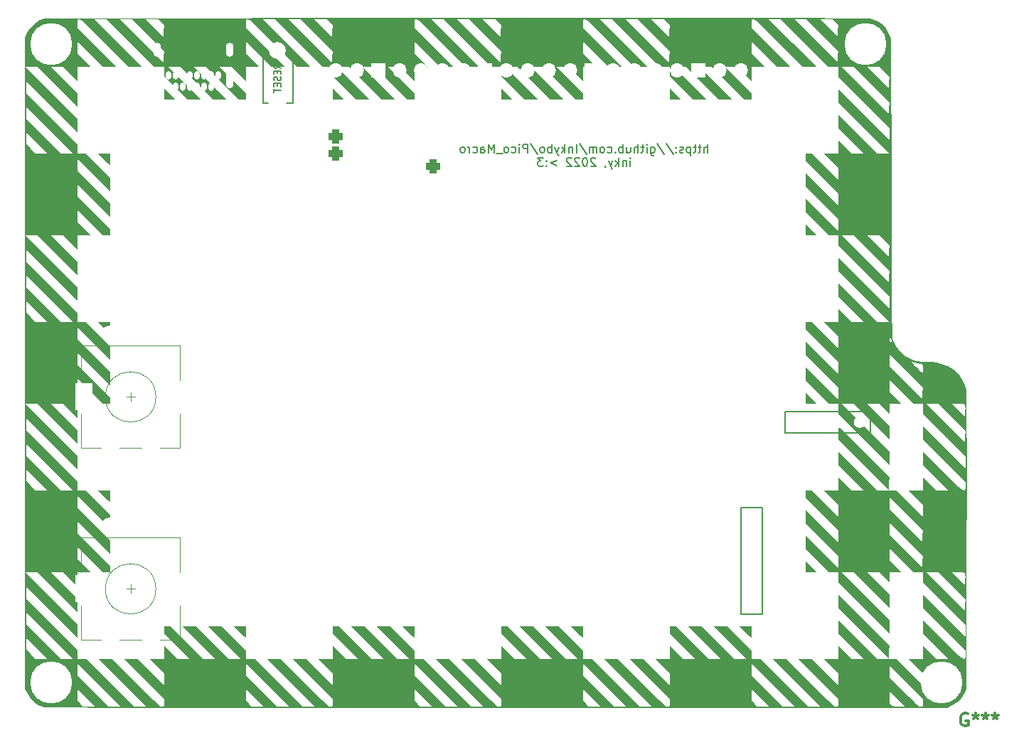
<source format=gbr>
G04 #@! TF.GenerationSoftware,KiCad,Pcbnew,(6.0.1-0)*
G04 #@! TF.CreationDate,2022-09-23T00:34:52-04:00*
G04 #@! TF.ProjectId,macro_pad_rpi_pico,6d616372-6f5f-4706-9164-5f7270695f70,rev?*
G04 #@! TF.SameCoordinates,Original*
G04 #@! TF.FileFunction,Legend,Bot*
G04 #@! TF.FilePolarity,Positive*
%FSLAX46Y46*%
G04 Gerber Fmt 4.6, Leading zero omitted, Abs format (unit mm)*
G04 Created by KiCad (PCBNEW (6.0.1-0)) date 2022-09-23 00:34:52*
%MOMM*%
%LPD*%
G01*
G04 APERTURE LIST*
G04 Aperture macros list*
%AMRoundRect*
0 Rectangle with rounded corners*
0 $1 Rounding radius*
0 $2 $3 $4 $5 $6 $7 $8 $9 X,Y pos of 4 corners*
0 Add a 4 corners polygon primitive as box body*
4,1,4,$2,$3,$4,$5,$6,$7,$8,$9,$2,$3,0*
0 Add four circle primitives for the rounded corners*
1,1,$1+$1,$2,$3*
1,1,$1+$1,$4,$5*
1,1,$1+$1,$6,$7*
1,1,$1+$1,$8,$9*
0 Add four rect primitives between the rounded corners*
20,1,$1+$1,$2,$3,$4,$5,0*
20,1,$1+$1,$4,$5,$6,$7,0*
20,1,$1+$1,$6,$7,$8,$9,0*
20,1,$1+$1,$8,$9,$2,$3,0*%
%AMHorizOval*
0 Thick line with rounded ends*
0 $1 width*
0 $2 $3 position (X,Y) of the first rounded end (center of the circle)*
0 $4 $5 position (X,Y) of the second rounded end (center of the circle)*
0 Add line between two ends*
20,1,$1,$2,$3,$4,$5,0*
0 Add two circle primitives to create the rounded ends*
1,1,$1,$2,$3*
1,1,$1,$4,$5*%
%AMRotRect*
0 Rectangle, with rotation*
0 The origin of the aperture is its center*
0 $1 length*
0 $2 width*
0 $3 Rotation angle, in degrees counterclockwise*
0 Add horizontal line*
21,1,$1,$2,0,0,$3*%
G04 Aperture macros list end*
%ADD10C,0.150000*%
%ADD11C,0.300000*%
%ADD12C,0.120000*%
%ADD13C,1.600000*%
%ADD14HorizOval,1.600000X0.000000X0.000000X0.000000X0.000000X0*%
%ADD15C,1.397000*%
%ADD16C,5.000000*%
%ADD17RotRect,1.600000X1.600000X315.000000*%
%ADD18HorizOval,1.600000X0.000000X0.000000X0.000000X0.000000X0*%
%ADD19C,1.750000*%
%ADD20C,4.000000*%
%ADD21C,2.500000*%
%ADD22O,1.700000X1.700000*%
%ADD23R,1.700000X1.700000*%
%ADD24RoundRect,0.437500X0.437500X-0.437500X0.437500X0.437500X-0.437500X0.437500X-0.437500X-0.437500X0*%
%ADD25C,2.000000*%
%ADD26O,0.650000X1.000000*%
%ADD27O,0.900000X1.700000*%
%ADD28O,0.900000X2.400000*%
%ADD29R,2.000000X3.200000*%
G04 APERTURE END LIST*
D10*
X172190476Y-78897380D02*
X172190476Y-77897380D01*
X171761904Y-78897380D02*
X171761904Y-78373571D01*
X171809523Y-78278333D01*
X171904761Y-78230714D01*
X172047619Y-78230714D01*
X172142857Y-78278333D01*
X172190476Y-78325952D01*
X171428571Y-78230714D02*
X171047619Y-78230714D01*
X171285714Y-77897380D02*
X171285714Y-78754523D01*
X171238095Y-78849761D01*
X171142857Y-78897380D01*
X171047619Y-78897380D01*
X170857142Y-78230714D02*
X170476190Y-78230714D01*
X170714285Y-77897380D02*
X170714285Y-78754523D01*
X170666666Y-78849761D01*
X170571428Y-78897380D01*
X170476190Y-78897380D01*
X170142857Y-78230714D02*
X170142857Y-79230714D01*
X170142857Y-78278333D02*
X170047619Y-78230714D01*
X169857142Y-78230714D01*
X169761904Y-78278333D01*
X169714285Y-78325952D01*
X169666666Y-78421190D01*
X169666666Y-78706904D01*
X169714285Y-78802142D01*
X169761904Y-78849761D01*
X169857142Y-78897380D01*
X170047619Y-78897380D01*
X170142857Y-78849761D01*
X169285714Y-78849761D02*
X169190476Y-78897380D01*
X169000000Y-78897380D01*
X168904761Y-78849761D01*
X168857142Y-78754523D01*
X168857142Y-78706904D01*
X168904761Y-78611666D01*
X169000000Y-78564047D01*
X169142857Y-78564047D01*
X169238095Y-78516428D01*
X169285714Y-78421190D01*
X169285714Y-78373571D01*
X169238095Y-78278333D01*
X169142857Y-78230714D01*
X169000000Y-78230714D01*
X168904761Y-78278333D01*
X168428571Y-78802142D02*
X168380952Y-78849761D01*
X168428571Y-78897380D01*
X168476190Y-78849761D01*
X168428571Y-78802142D01*
X168428571Y-78897380D01*
X168428571Y-78278333D02*
X168380952Y-78325952D01*
X168428571Y-78373571D01*
X168476190Y-78325952D01*
X168428571Y-78278333D01*
X168428571Y-78373571D01*
X167238095Y-77849761D02*
X168095238Y-79135476D01*
X166190476Y-77849761D02*
X167047619Y-79135476D01*
X165428571Y-78230714D02*
X165428571Y-79040238D01*
X165476190Y-79135476D01*
X165523809Y-79183095D01*
X165619047Y-79230714D01*
X165761904Y-79230714D01*
X165857142Y-79183095D01*
X165428571Y-78849761D02*
X165523809Y-78897380D01*
X165714285Y-78897380D01*
X165809523Y-78849761D01*
X165857142Y-78802142D01*
X165904761Y-78706904D01*
X165904761Y-78421190D01*
X165857142Y-78325952D01*
X165809523Y-78278333D01*
X165714285Y-78230714D01*
X165523809Y-78230714D01*
X165428571Y-78278333D01*
X164952380Y-78897380D02*
X164952380Y-78230714D01*
X164952380Y-77897380D02*
X165000000Y-77945000D01*
X164952380Y-77992619D01*
X164904761Y-77945000D01*
X164952380Y-77897380D01*
X164952380Y-77992619D01*
X164619047Y-78230714D02*
X164238095Y-78230714D01*
X164476190Y-77897380D02*
X164476190Y-78754523D01*
X164428571Y-78849761D01*
X164333333Y-78897380D01*
X164238095Y-78897380D01*
X163904761Y-78897380D02*
X163904761Y-77897380D01*
X163476190Y-78897380D02*
X163476190Y-78373571D01*
X163523809Y-78278333D01*
X163619047Y-78230714D01*
X163761904Y-78230714D01*
X163857142Y-78278333D01*
X163904761Y-78325952D01*
X162571428Y-78230714D02*
X162571428Y-78897380D01*
X163000000Y-78230714D02*
X163000000Y-78754523D01*
X162952380Y-78849761D01*
X162857142Y-78897380D01*
X162714285Y-78897380D01*
X162619047Y-78849761D01*
X162571428Y-78802142D01*
X162095238Y-78897380D02*
X162095238Y-77897380D01*
X162095238Y-78278333D02*
X162000000Y-78230714D01*
X161809523Y-78230714D01*
X161714285Y-78278333D01*
X161666666Y-78325952D01*
X161619047Y-78421190D01*
X161619047Y-78706904D01*
X161666666Y-78802142D01*
X161714285Y-78849761D01*
X161809523Y-78897380D01*
X162000000Y-78897380D01*
X162095238Y-78849761D01*
X161190476Y-78802142D02*
X161142857Y-78849761D01*
X161190476Y-78897380D01*
X161238095Y-78849761D01*
X161190476Y-78802142D01*
X161190476Y-78897380D01*
X160285714Y-78849761D02*
X160380952Y-78897380D01*
X160571428Y-78897380D01*
X160666666Y-78849761D01*
X160714285Y-78802142D01*
X160761904Y-78706904D01*
X160761904Y-78421190D01*
X160714285Y-78325952D01*
X160666666Y-78278333D01*
X160571428Y-78230714D01*
X160380952Y-78230714D01*
X160285714Y-78278333D01*
X159714285Y-78897380D02*
X159809523Y-78849761D01*
X159857142Y-78802142D01*
X159904761Y-78706904D01*
X159904761Y-78421190D01*
X159857142Y-78325952D01*
X159809523Y-78278333D01*
X159714285Y-78230714D01*
X159571428Y-78230714D01*
X159476190Y-78278333D01*
X159428571Y-78325952D01*
X159380952Y-78421190D01*
X159380952Y-78706904D01*
X159428571Y-78802142D01*
X159476190Y-78849761D01*
X159571428Y-78897380D01*
X159714285Y-78897380D01*
X158952380Y-78897380D02*
X158952380Y-78230714D01*
X158952380Y-78325952D02*
X158904761Y-78278333D01*
X158809523Y-78230714D01*
X158666666Y-78230714D01*
X158571428Y-78278333D01*
X158523809Y-78373571D01*
X158523809Y-78897380D01*
X158523809Y-78373571D02*
X158476190Y-78278333D01*
X158380952Y-78230714D01*
X158238095Y-78230714D01*
X158142857Y-78278333D01*
X158095238Y-78373571D01*
X158095238Y-78897380D01*
X156904761Y-77849761D02*
X157761904Y-79135476D01*
X156571428Y-78897380D02*
X156571428Y-77897380D01*
X156095238Y-78230714D02*
X156095238Y-78897380D01*
X156095238Y-78325952D02*
X156047619Y-78278333D01*
X155952380Y-78230714D01*
X155809523Y-78230714D01*
X155714285Y-78278333D01*
X155666666Y-78373571D01*
X155666666Y-78897380D01*
X155190476Y-78897380D02*
X155190476Y-77897380D01*
X155095238Y-78516428D02*
X154809523Y-78897380D01*
X154809523Y-78230714D02*
X155190476Y-78611666D01*
X154476190Y-78230714D02*
X154238095Y-78897380D01*
X154000000Y-78230714D02*
X154238095Y-78897380D01*
X154333333Y-79135476D01*
X154380952Y-79183095D01*
X154476190Y-79230714D01*
X153619047Y-78897380D02*
X153619047Y-77897380D01*
X153619047Y-78278333D02*
X153523809Y-78230714D01*
X153333333Y-78230714D01*
X153238095Y-78278333D01*
X153190476Y-78325952D01*
X153142857Y-78421190D01*
X153142857Y-78706904D01*
X153190476Y-78802142D01*
X153238095Y-78849761D01*
X153333333Y-78897380D01*
X153523809Y-78897380D01*
X153619047Y-78849761D01*
X152571428Y-78897380D02*
X152666666Y-78849761D01*
X152714285Y-78802142D01*
X152761904Y-78706904D01*
X152761904Y-78421190D01*
X152714285Y-78325952D01*
X152666666Y-78278333D01*
X152571428Y-78230714D01*
X152428571Y-78230714D01*
X152333333Y-78278333D01*
X152285714Y-78325952D01*
X152238095Y-78421190D01*
X152238095Y-78706904D01*
X152285714Y-78802142D01*
X152333333Y-78849761D01*
X152428571Y-78897380D01*
X152571428Y-78897380D01*
X151095238Y-77849761D02*
X151952380Y-79135476D01*
X150761904Y-78897380D02*
X150761904Y-77897380D01*
X150380952Y-77897380D01*
X150285714Y-77945000D01*
X150238095Y-77992619D01*
X150190476Y-78087857D01*
X150190476Y-78230714D01*
X150238095Y-78325952D01*
X150285714Y-78373571D01*
X150380952Y-78421190D01*
X150761904Y-78421190D01*
X149761904Y-78897380D02*
X149761904Y-78230714D01*
X149761904Y-77897380D02*
X149809523Y-77945000D01*
X149761904Y-77992619D01*
X149714285Y-77945000D01*
X149761904Y-77897380D01*
X149761904Y-77992619D01*
X148857142Y-78849761D02*
X148952380Y-78897380D01*
X149142857Y-78897380D01*
X149238095Y-78849761D01*
X149285714Y-78802142D01*
X149333333Y-78706904D01*
X149333333Y-78421190D01*
X149285714Y-78325952D01*
X149238095Y-78278333D01*
X149142857Y-78230714D01*
X148952380Y-78230714D01*
X148857142Y-78278333D01*
X148285714Y-78897380D02*
X148380952Y-78849761D01*
X148428571Y-78802142D01*
X148476190Y-78706904D01*
X148476190Y-78421190D01*
X148428571Y-78325952D01*
X148380952Y-78278333D01*
X148285714Y-78230714D01*
X148142857Y-78230714D01*
X148047619Y-78278333D01*
X148000000Y-78325952D01*
X147952380Y-78421190D01*
X147952380Y-78706904D01*
X148000000Y-78802142D01*
X148047619Y-78849761D01*
X148142857Y-78897380D01*
X148285714Y-78897380D01*
X147761904Y-78992619D02*
X147000000Y-78992619D01*
X146761904Y-78897380D02*
X146761904Y-77897380D01*
X146428571Y-78611666D01*
X146095238Y-77897380D01*
X146095238Y-78897380D01*
X145190476Y-78897380D02*
X145190476Y-78373571D01*
X145238095Y-78278333D01*
X145333333Y-78230714D01*
X145523809Y-78230714D01*
X145619047Y-78278333D01*
X145190476Y-78849761D02*
X145285714Y-78897380D01*
X145523809Y-78897380D01*
X145619047Y-78849761D01*
X145666666Y-78754523D01*
X145666666Y-78659285D01*
X145619047Y-78564047D01*
X145523809Y-78516428D01*
X145285714Y-78516428D01*
X145190476Y-78468809D01*
X144285714Y-78849761D02*
X144380952Y-78897380D01*
X144571428Y-78897380D01*
X144666666Y-78849761D01*
X144714285Y-78802142D01*
X144761904Y-78706904D01*
X144761904Y-78421190D01*
X144714285Y-78325952D01*
X144666666Y-78278333D01*
X144571428Y-78230714D01*
X144380952Y-78230714D01*
X144285714Y-78278333D01*
X143857142Y-78897380D02*
X143857142Y-78230714D01*
X143857142Y-78421190D02*
X143809523Y-78325952D01*
X143761904Y-78278333D01*
X143666666Y-78230714D01*
X143571428Y-78230714D01*
X143095238Y-78897380D02*
X143190476Y-78849761D01*
X143238095Y-78802142D01*
X143285714Y-78706904D01*
X143285714Y-78421190D01*
X143238095Y-78325952D01*
X143190476Y-78278333D01*
X143095238Y-78230714D01*
X142952380Y-78230714D01*
X142857142Y-78278333D01*
X142809523Y-78325952D01*
X142761904Y-78421190D01*
X142761904Y-78706904D01*
X142809523Y-78802142D01*
X142857142Y-78849761D01*
X142952380Y-78897380D01*
X143095238Y-78897380D01*
X162976190Y-80507380D02*
X162976190Y-79840714D01*
X162976190Y-79507380D02*
X163023809Y-79555000D01*
X162976190Y-79602619D01*
X162928571Y-79555000D01*
X162976190Y-79507380D01*
X162976190Y-79602619D01*
X162500000Y-79840714D02*
X162500000Y-80507380D01*
X162500000Y-79935952D02*
X162452380Y-79888333D01*
X162357142Y-79840714D01*
X162214285Y-79840714D01*
X162119047Y-79888333D01*
X162071428Y-79983571D01*
X162071428Y-80507380D01*
X161595238Y-80507380D02*
X161595238Y-79507380D01*
X161500000Y-80126428D02*
X161214285Y-80507380D01*
X161214285Y-79840714D02*
X161595238Y-80221666D01*
X160880952Y-79840714D02*
X160642857Y-80507380D01*
X160404761Y-79840714D02*
X160642857Y-80507380D01*
X160738095Y-80745476D01*
X160785714Y-80793095D01*
X160880952Y-80840714D01*
X159976190Y-80459761D02*
X159976190Y-80507380D01*
X160023809Y-80602619D01*
X160071428Y-80650238D01*
X158833333Y-79602619D02*
X158785714Y-79555000D01*
X158690476Y-79507380D01*
X158452380Y-79507380D01*
X158357142Y-79555000D01*
X158309523Y-79602619D01*
X158261904Y-79697857D01*
X158261904Y-79793095D01*
X158309523Y-79935952D01*
X158880952Y-80507380D01*
X158261904Y-80507380D01*
X157642857Y-79507380D02*
X157547619Y-79507380D01*
X157452380Y-79555000D01*
X157404761Y-79602619D01*
X157357142Y-79697857D01*
X157309523Y-79888333D01*
X157309523Y-80126428D01*
X157357142Y-80316904D01*
X157404761Y-80412142D01*
X157452380Y-80459761D01*
X157547619Y-80507380D01*
X157642857Y-80507380D01*
X157738095Y-80459761D01*
X157785714Y-80412142D01*
X157833333Y-80316904D01*
X157880952Y-80126428D01*
X157880952Y-79888333D01*
X157833333Y-79697857D01*
X157785714Y-79602619D01*
X157738095Y-79555000D01*
X157642857Y-79507380D01*
X156928571Y-79602619D02*
X156880952Y-79555000D01*
X156785714Y-79507380D01*
X156547619Y-79507380D01*
X156452380Y-79555000D01*
X156404761Y-79602619D01*
X156357142Y-79697857D01*
X156357142Y-79793095D01*
X156404761Y-79935952D01*
X156976190Y-80507380D01*
X156357142Y-80507380D01*
X155976190Y-79602619D02*
X155928571Y-79555000D01*
X155833333Y-79507380D01*
X155595238Y-79507380D01*
X155500000Y-79555000D01*
X155452380Y-79602619D01*
X155404761Y-79697857D01*
X155404761Y-79793095D01*
X155452380Y-79935952D01*
X156023809Y-80507380D01*
X155404761Y-80507380D01*
X154214285Y-79840714D02*
X153452380Y-80126428D01*
X154214285Y-80412142D01*
X152976190Y-80412142D02*
X152928571Y-80459761D01*
X152976190Y-80507380D01*
X153023809Y-80459761D01*
X152976190Y-80412142D01*
X152976190Y-80507380D01*
X152976190Y-79888333D02*
X152928571Y-79935952D01*
X152976190Y-79983571D01*
X153023809Y-79935952D01*
X152976190Y-79888333D01*
X152976190Y-79983571D01*
X152595238Y-79507380D02*
X151976190Y-79507380D01*
X152309523Y-79888333D01*
X152166666Y-79888333D01*
X152071428Y-79935952D01*
X152023809Y-79983571D01*
X151976190Y-80078809D01*
X151976190Y-80316904D01*
X152023809Y-80412142D01*
X152071428Y-80459761D01*
X152166666Y-80507380D01*
X152452380Y-80507380D01*
X152547619Y-80459761D01*
X152595238Y-80412142D01*
D11*
G04 #@! TO.C,G\u002A\u002A\u002A*
X203157428Y-145738000D02*
X203012285Y-145665428D01*
X202794571Y-145665428D01*
X202576857Y-145738000D01*
X202431714Y-145883142D01*
X202359142Y-146028285D01*
X202286571Y-146318571D01*
X202286571Y-146536285D01*
X202359142Y-146826571D01*
X202431714Y-146971714D01*
X202576857Y-147116857D01*
X202794571Y-147189428D01*
X202939714Y-147189428D01*
X203157428Y-147116857D01*
X203230000Y-147044285D01*
X203230000Y-146536285D01*
X202939714Y-146536285D01*
X204100857Y-145665428D02*
X204100857Y-146028285D01*
X203738000Y-145883142D02*
X204100857Y-146028285D01*
X204463714Y-145883142D01*
X203883142Y-146318571D02*
X204100857Y-146028285D01*
X204318571Y-146318571D01*
X205262000Y-145665428D02*
X205262000Y-146028285D01*
X204899142Y-145883142D02*
X205262000Y-146028285D01*
X205624857Y-145883142D01*
X205044285Y-146318571D02*
X205262000Y-146028285D01*
X205479714Y-146318571D01*
X206423142Y-145665428D02*
X206423142Y-146028285D01*
X206060285Y-145883142D02*
X206423142Y-146028285D01*
X206786000Y-145883142D01*
X206205428Y-146318571D02*
X206423142Y-146028285D01*
X206640857Y-146318571D01*
D10*
G04 #@! TO.C,SW-RST1*
X121361904Y-68838095D02*
X120980952Y-68571428D01*
X121361904Y-68380952D02*
X120561904Y-68380952D01*
X120561904Y-68685714D01*
X120600000Y-68761904D01*
X120638095Y-68800000D01*
X120714285Y-68838095D01*
X120828571Y-68838095D01*
X120904761Y-68800000D01*
X120942857Y-68761904D01*
X120980952Y-68685714D01*
X120980952Y-68380952D01*
X120942857Y-69180952D02*
X120942857Y-69447619D01*
X121361904Y-69561904D02*
X121361904Y-69180952D01*
X120561904Y-69180952D01*
X120561904Y-69561904D01*
X121323809Y-69866666D02*
X121361904Y-69980952D01*
X121361904Y-70171428D01*
X121323809Y-70247619D01*
X121285714Y-70285714D01*
X121209523Y-70323809D01*
X121133333Y-70323809D01*
X121057142Y-70285714D01*
X121019047Y-70247619D01*
X120980952Y-70171428D01*
X120942857Y-70019047D01*
X120904761Y-69942857D01*
X120866666Y-69904761D01*
X120790476Y-69866666D01*
X120714285Y-69866666D01*
X120638095Y-69904761D01*
X120600000Y-69942857D01*
X120561904Y-70019047D01*
X120561904Y-70209523D01*
X120600000Y-70323809D01*
X120942857Y-70666666D02*
X120942857Y-70933333D01*
X121361904Y-71047619D02*
X121361904Y-70666666D01*
X120561904Y-70666666D01*
X120561904Y-71047619D01*
X120561904Y-71276190D02*
X120561904Y-71733333D01*
X121361904Y-71504761D02*
X120561904Y-71504761D01*
G04 #@! TO.C,G\u002A\u002A\u002A*
G36*
X184518667Y-108103667D02*
G01*
X184788192Y-108373535D01*
X185006859Y-108596140D01*
X185150596Y-108746729D01*
X185196000Y-108800180D01*
X185118015Y-108810933D01*
X184910776Y-108819030D01*
X184614357Y-108823101D01*
X184518667Y-108823333D01*
X183841333Y-108823333D01*
X183841333Y-107430306D01*
X184518667Y-108103667D01*
G37*
G36*
X184518667Y-128169667D02*
G01*
X184788192Y-128439535D01*
X185006859Y-128662140D01*
X185150596Y-128812729D01*
X185196000Y-128866180D01*
X185118015Y-128876933D01*
X184910776Y-128885030D01*
X184614357Y-128889101D01*
X184518667Y-128889333D01*
X183841333Y-128889333D01*
X183841333Y-127496306D01*
X184518667Y-128169667D01*
G37*
G36*
X91142777Y-143208161D02*
G01*
X90919667Y-142732333D01*
X90919667Y-141114890D01*
X97135276Y-141114890D01*
X99022099Y-143003111D01*
X100908922Y-144891333D01*
X102348625Y-144891333D01*
X99766813Y-142308039D01*
X97185000Y-139724744D01*
X97135276Y-141114890D01*
X90919667Y-141114890D01*
X90919667Y-138064016D01*
X91039323Y-138064016D01*
X91612224Y-138641341D01*
X92185125Y-139218667D01*
X93626883Y-139218667D01*
X92357941Y-137947165D01*
X91089000Y-136675664D01*
X91064161Y-137369840D01*
X91039323Y-138064016D01*
X90919667Y-138064016D01*
X90919667Y-135019024D01*
X91039274Y-135019024D01*
X93137835Y-137118845D01*
X95236396Y-139218667D01*
X96676038Y-139218667D01*
X91089000Y-133628823D01*
X91064137Y-134323923D01*
X91039274Y-135019024D01*
X90919667Y-135019024D01*
X90919667Y-128889333D01*
X91005203Y-128889333D01*
X97142667Y-135028525D01*
X97142667Y-136635451D01*
X91046667Y-130541215D01*
X91046666Y-131260882D01*
X91046666Y-131980548D01*
X94094666Y-135027667D01*
X97142667Y-138074785D01*
X97142667Y-139218667D01*
X98286614Y-139218667D01*
X101122000Y-142055000D01*
X103957385Y-144891333D01*
X105396719Y-144891333D01*
X102561333Y-142055000D01*
X99725948Y-139218667D01*
X101334614Y-139218667D01*
X104170000Y-142055000D01*
X104845446Y-142729257D01*
X105412555Y-143291801D01*
X105881415Y-143751955D01*
X106262112Y-144119042D01*
X106564733Y-144402385D01*
X106799365Y-144611308D01*
X106976095Y-144755132D01*
X107105009Y-144843182D01*
X107196195Y-144884780D01*
X107238693Y-144891333D01*
X107369998Y-144882344D01*
X107439617Y-144828212D01*
X107467099Y-144688188D01*
X107471997Y-144421523D01*
X107472000Y-144405057D01*
X107472000Y-144157810D01*
X117201358Y-144157810D01*
X117561307Y-144524572D01*
X117921256Y-144891333D01*
X119365125Y-144891333D01*
X118308063Y-143831285D01*
X117251000Y-142771237D01*
X117226179Y-143464524D01*
X117201358Y-144157810D01*
X107472000Y-144157810D01*
X107472000Y-143918781D01*
X102774134Y-139218667D01*
X104379995Y-139218667D01*
X105925997Y-140762975D01*
X107472000Y-142307283D01*
X107472000Y-141114890D01*
X117201276Y-141114890D01*
X119088099Y-143003111D01*
X120974922Y-144891333D01*
X122414625Y-144891333D01*
X119832813Y-142308039D01*
X117251000Y-139724744D01*
X117201276Y-141114890D01*
X107472000Y-141114890D01*
X107472000Y-140872696D01*
X106648088Y-140045681D01*
X105824177Y-139218667D01*
X107472000Y-139218667D01*
X107472000Y-137570843D01*
X108299015Y-138394755D01*
X109126029Y-139218667D01*
X110560617Y-139218667D01*
X109016308Y-137672664D01*
X107472000Y-136126661D01*
X107472000Y-135324000D01*
X108277714Y-135324000D01*
X110223667Y-137271333D01*
X112169619Y-139218667D01*
X113608953Y-139218667D01*
X111663000Y-137271333D01*
X109717047Y-135324000D01*
X111325714Y-135324000D01*
X113271667Y-137271333D01*
X115217619Y-139218667D01*
X116656953Y-139218667D01*
X114711000Y-137271333D01*
X112765047Y-135324000D01*
X114370518Y-135324000D01*
X115789592Y-136741232D01*
X117208667Y-138158465D01*
X117208667Y-139218667D01*
X118352614Y-139218667D01*
X121188000Y-142055000D01*
X124023385Y-144891333D01*
X125462719Y-144891333D01*
X122627333Y-142055000D01*
X119791948Y-139218667D01*
X121400614Y-139218667D01*
X124236000Y-142055000D01*
X124911446Y-142729257D01*
X125478555Y-143291801D01*
X125947415Y-143751955D01*
X126328112Y-144119042D01*
X126630733Y-144402385D01*
X126865365Y-144611308D01*
X127042095Y-144755132D01*
X127171009Y-144843182D01*
X127262195Y-144884780D01*
X127304693Y-144891333D01*
X127435998Y-144882344D01*
X127505617Y-144828212D01*
X127533099Y-144688188D01*
X127537997Y-144421523D01*
X127538000Y-144405057D01*
X127538000Y-144157810D01*
X137267358Y-144157810D01*
X137627307Y-144524572D01*
X137987256Y-144891333D01*
X139431125Y-144891333D01*
X138374063Y-143831285D01*
X137317000Y-142771237D01*
X137292179Y-143464524D01*
X137267358Y-144157810D01*
X127538000Y-144157810D01*
X127538000Y-143918781D01*
X122840134Y-139218667D01*
X124445995Y-139218667D01*
X125991997Y-140762975D01*
X127538000Y-142307283D01*
X127538000Y-141114890D01*
X137267276Y-141114890D01*
X139154099Y-143003111D01*
X141040922Y-144891333D01*
X142480625Y-144891333D01*
X139898813Y-142308039D01*
X137317000Y-139724744D01*
X137267276Y-141114890D01*
X127538000Y-141114890D01*
X127538000Y-140872696D01*
X126714088Y-140045681D01*
X125890177Y-139218667D01*
X127538000Y-139218667D01*
X127538000Y-137570843D01*
X128365015Y-138394755D01*
X129192029Y-139218667D01*
X130626617Y-139218667D01*
X129082308Y-137672664D01*
X127538000Y-136126661D01*
X127538000Y-135324000D01*
X128343714Y-135324000D01*
X130289667Y-137271333D01*
X132235619Y-139218667D01*
X133674953Y-139218667D01*
X131729000Y-137271333D01*
X129783047Y-135324000D01*
X131391714Y-135324000D01*
X133337667Y-137271333D01*
X135283619Y-139218667D01*
X136722953Y-139218667D01*
X134777000Y-137271333D01*
X132831047Y-135324000D01*
X134436518Y-135324000D01*
X135855592Y-136741232D01*
X137274667Y-138158465D01*
X137274667Y-139218667D01*
X138418614Y-139218667D01*
X141254000Y-142055000D01*
X144089385Y-144891333D01*
X145528719Y-144891333D01*
X142693333Y-142055000D01*
X139857948Y-139218667D01*
X141466614Y-139218667D01*
X144302000Y-142055000D01*
X144977446Y-142729257D01*
X145544555Y-143291801D01*
X146013415Y-143751955D01*
X146394112Y-144119042D01*
X146696733Y-144402385D01*
X146931365Y-144611308D01*
X147108095Y-144755132D01*
X147237009Y-144843182D01*
X147328195Y-144884780D01*
X147370693Y-144891333D01*
X147501998Y-144882344D01*
X147571617Y-144828212D01*
X147599099Y-144688188D01*
X147603997Y-144421523D01*
X147604000Y-144405057D01*
X147604000Y-144157810D01*
X157333358Y-144157810D01*
X157693307Y-144524572D01*
X158053256Y-144891333D01*
X159497125Y-144891333D01*
X158440063Y-143831285D01*
X157383000Y-142771237D01*
X157358179Y-143464524D01*
X157333358Y-144157810D01*
X147604000Y-144157810D01*
X147604000Y-143918781D01*
X142906134Y-139218667D01*
X144511995Y-139218667D01*
X146057997Y-140762975D01*
X147604000Y-142307283D01*
X147604000Y-141114890D01*
X157333276Y-141114890D01*
X159220099Y-143003111D01*
X161106922Y-144891333D01*
X162546625Y-144891333D01*
X159964813Y-142308039D01*
X157383000Y-139724744D01*
X157333276Y-141114890D01*
X147604000Y-141114890D01*
X147604000Y-140872696D01*
X146780088Y-140045681D01*
X145956177Y-139218667D01*
X147604000Y-139218667D01*
X147604000Y-137570843D01*
X148431015Y-138394755D01*
X149258029Y-139218667D01*
X150692617Y-139218667D01*
X149148308Y-137672664D01*
X147604000Y-136126661D01*
X147604000Y-135324000D01*
X148409714Y-135324000D01*
X150355667Y-137271333D01*
X152301619Y-139218667D01*
X153740953Y-139218667D01*
X151795000Y-137271333D01*
X149849047Y-135324000D01*
X151457714Y-135324000D01*
X153403667Y-137271333D01*
X155349619Y-139218667D01*
X156788953Y-139218667D01*
X154843000Y-137271333D01*
X152897047Y-135324000D01*
X154502518Y-135324000D01*
X155921592Y-136741232D01*
X157340667Y-138158465D01*
X157340667Y-139218667D01*
X158484614Y-139218667D01*
X161320000Y-142055000D01*
X164155385Y-144891333D01*
X165594719Y-144891333D01*
X162759333Y-142055000D01*
X159923948Y-139218667D01*
X161532614Y-139218667D01*
X164368000Y-142055000D01*
X165043446Y-142729257D01*
X165610555Y-143291801D01*
X166079415Y-143751955D01*
X166460112Y-144119042D01*
X166762733Y-144402385D01*
X166997365Y-144611308D01*
X167174095Y-144755132D01*
X167303009Y-144843182D01*
X167394195Y-144884780D01*
X167436693Y-144891333D01*
X167567998Y-144882344D01*
X167637617Y-144828212D01*
X167665099Y-144688188D01*
X167669997Y-144421523D01*
X167670000Y-144405057D01*
X167670000Y-144157810D01*
X177399358Y-144157810D01*
X177759307Y-144524572D01*
X178119256Y-144891333D01*
X179563125Y-144891333D01*
X178506063Y-143831285D01*
X177449000Y-142771237D01*
X177424179Y-143464524D01*
X177399358Y-144157810D01*
X167670000Y-144157810D01*
X167670000Y-143918781D01*
X162972134Y-139218667D01*
X164577995Y-139218667D01*
X166123997Y-140762975D01*
X167670000Y-142307283D01*
X167670000Y-141114890D01*
X177399276Y-141114890D01*
X179286099Y-143003111D01*
X181172922Y-144891333D01*
X182612625Y-144891333D01*
X180030813Y-142308039D01*
X177449000Y-139724744D01*
X177399276Y-141114890D01*
X167670000Y-141114890D01*
X167670000Y-140872696D01*
X166846088Y-140045681D01*
X166022177Y-139218667D01*
X167670000Y-139218667D01*
X167670000Y-137570843D01*
X168497015Y-138394755D01*
X169324029Y-139218667D01*
X170758617Y-139218667D01*
X169214308Y-137672664D01*
X167670000Y-136126661D01*
X167670000Y-135324000D01*
X168475714Y-135324000D01*
X170421666Y-137271333D01*
X172367619Y-139218667D01*
X173806953Y-139218667D01*
X171861000Y-137271333D01*
X169915047Y-135324000D01*
X171523714Y-135324000D01*
X173469667Y-137271333D01*
X175415619Y-139218667D01*
X176854953Y-139218667D01*
X174909000Y-137271333D01*
X172963047Y-135324000D01*
X174568518Y-135324000D01*
X175987592Y-136741232D01*
X177406667Y-138158465D01*
X177406667Y-139218667D01*
X178550614Y-139218667D01*
X181386000Y-142055000D01*
X184221385Y-144891333D01*
X185660719Y-144891333D01*
X182825333Y-142055000D01*
X179989948Y-139218667D01*
X181598614Y-139218667D01*
X184434000Y-142055000D01*
X185109446Y-142729257D01*
X185676555Y-143291801D01*
X186145415Y-143751955D01*
X186526112Y-144119042D01*
X186828733Y-144402385D01*
X187063365Y-144611308D01*
X187240095Y-144755132D01*
X187369009Y-144843182D01*
X187460195Y-144884780D01*
X187502693Y-144891333D01*
X187633998Y-144882344D01*
X187703617Y-144828212D01*
X187731099Y-144688188D01*
X187735997Y-144421523D01*
X187736000Y-144405057D01*
X187736000Y-144064320D01*
X193840933Y-144064320D01*
X193852485Y-144289989D01*
X193894642Y-144441121D01*
X193977853Y-144564974D01*
X194055877Y-144650078D01*
X194179474Y-144767748D01*
X194303423Y-144839284D01*
X194472895Y-144876103D01*
X194733064Y-144889620D01*
X195010563Y-144891333D01*
X195734112Y-144891333D01*
X194804223Y-143958110D01*
X193874333Y-143024887D01*
X193849536Y-143716855D01*
X193840933Y-144064320D01*
X187736000Y-144064320D01*
X187736000Y-143918781D01*
X183038134Y-139218667D01*
X184643995Y-139218667D01*
X186189997Y-140762975D01*
X187736000Y-142307283D01*
X187736000Y-141376189D01*
X193832000Y-141376189D01*
X195588077Y-143133761D01*
X196113011Y-143656560D01*
X196533916Y-144069037D01*
X196864107Y-144382951D01*
X197116897Y-144610065D01*
X197305600Y-144762138D01*
X197443532Y-144850933D01*
X197544005Y-144888210D01*
X197577744Y-144891333D01*
X197709082Y-144882407D01*
X197778792Y-144828497D01*
X197806374Y-144688903D01*
X197811330Y-144422926D01*
X197811333Y-144403824D01*
X197811333Y-143916315D01*
X195821667Y-141928000D01*
X193832000Y-139939684D01*
X193832000Y-141376189D01*
X187736000Y-141376189D01*
X187736000Y-140872696D01*
X186912088Y-140045681D01*
X186806489Y-139939684D01*
X186088177Y-139218667D01*
X187736000Y-139218667D01*
X187736000Y-137570843D01*
X188563015Y-138394755D01*
X189390029Y-139218667D01*
X190824617Y-139218667D01*
X189280308Y-137672664D01*
X187736000Y-136126661D01*
X187736000Y-134520801D01*
X192436114Y-139218667D01*
X194719328Y-139218667D01*
X196265331Y-140762975D01*
X197811333Y-142307283D01*
X197811333Y-140872696D01*
X196987422Y-140045681D01*
X196163510Y-139218667D01*
X197811333Y-139218667D01*
X197811333Y-137570843D01*
X199465363Y-139218667D01*
X200899950Y-139218667D01*
X199355642Y-137672664D01*
X197811333Y-136126661D01*
X197811333Y-134520801D01*
X200161390Y-136869734D01*
X200802364Y-137509248D01*
X201334314Y-138035232D01*
X201767394Y-138454452D01*
X202111755Y-138773673D01*
X202377550Y-138999660D01*
X202574931Y-139139179D01*
X202714051Y-139198995D01*
X202805062Y-139185875D01*
X202858116Y-139106583D01*
X202883366Y-138967885D01*
X202890963Y-138776546D01*
X202891333Y-138688971D01*
X202891333Y-138159275D01*
X200351333Y-135620333D01*
X197811333Y-133081392D01*
X197811333Y-131472725D01*
X200351333Y-134011667D01*
X202891333Y-136550608D01*
X202891333Y-135111275D01*
X200351333Y-132572333D01*
X197811333Y-130033392D01*
X197811333Y-128889333D01*
X198278176Y-128889333D01*
X202849000Y-133463391D01*
X202873860Y-132768374D01*
X202898720Y-132073356D01*
X201308362Y-130481345D01*
X199718005Y-128889333D01*
X201328530Y-128889333D01*
X202849000Y-130417839D01*
X202873974Y-129766903D01*
X202880591Y-129439840D01*
X202875189Y-129172051D01*
X202859000Y-129014341D01*
X202855465Y-129002650D01*
X202777776Y-128942970D01*
X202585482Y-128906751D01*
X202256299Y-128890778D01*
X202070256Y-128889333D01*
X201328530Y-128889333D01*
X199718005Y-128889333D01*
X198278176Y-128889333D01*
X197811333Y-128889333D01*
X196754765Y-128889333D01*
X195293382Y-127429740D01*
X193832000Y-125970148D01*
X193832000Y-127404317D01*
X195310136Y-128889333D01*
X193832000Y-128889333D01*
X193832000Y-130027792D01*
X193258375Y-129458562D01*
X192684750Y-128889333D01*
X191251715Y-128889333D01*
X192541858Y-130181493D01*
X193832000Y-131473652D01*
X193832000Y-133079063D01*
X189639754Y-128889333D01*
X188202614Y-128889333D01*
X191017307Y-131704967D01*
X193832000Y-134520600D01*
X193832000Y-136127451D01*
X187736000Y-130033215D01*
X187736000Y-128889333D01*
X186679482Y-128889333D01*
X185260408Y-127472101D01*
X183841333Y-126054868D01*
X183841333Y-124445714D01*
X185788666Y-126391666D01*
X187736000Y-128337619D01*
X187736000Y-126898286D01*
X185788667Y-124952333D01*
X183841333Y-123006380D01*
X183841333Y-121397714D01*
X185788667Y-123343666D01*
X187736000Y-125289619D01*
X187736000Y-124358343D01*
X193832000Y-124358343D01*
X195800500Y-126328621D01*
X197769000Y-128298900D01*
X197793869Y-127603209D01*
X197818739Y-126907517D01*
X195825369Y-124914148D01*
X193832000Y-122920779D01*
X193832000Y-124358343D01*
X187736000Y-124358343D01*
X187736000Y-123850286D01*
X186805834Y-122920779D01*
X185788667Y-121904333D01*
X183841333Y-119958380D01*
X183841333Y-119152667D01*
X184242664Y-119152667D01*
X184643995Y-119152666D01*
X186189997Y-120696975D01*
X187736000Y-122241283D01*
X187736000Y-121310343D01*
X193832000Y-121310343D01*
X195800500Y-123280621D01*
X197769000Y-125250900D01*
X197793869Y-124555209D01*
X197818739Y-123859517D01*
X195825369Y-121866148D01*
X193832000Y-119872779D01*
X193832000Y-121310343D01*
X187736000Y-121310343D01*
X187736000Y-120806696D01*
X186912088Y-119979681D01*
X186805587Y-119872779D01*
X186088177Y-119152667D01*
X187736000Y-119152667D01*
X187736000Y-117504843D01*
X188563015Y-118328755D01*
X189390029Y-119152667D01*
X190824617Y-119152667D01*
X189280308Y-117606664D01*
X187736000Y-116060661D01*
X187736000Y-114454801D01*
X192436114Y-119152667D01*
X194719328Y-119152667D01*
X196265331Y-120696975D01*
X197811333Y-122241283D01*
X197811333Y-120806696D01*
X196987422Y-119979681D01*
X196163510Y-119152667D01*
X197811333Y-119152667D01*
X197811333Y-117504843D01*
X199465363Y-119152667D01*
X200182656Y-119152666D01*
X200899950Y-119152666D01*
X199355642Y-117606664D01*
X197811333Y-116060661D01*
X197811333Y-114454801D01*
X200161390Y-116803734D01*
X200802364Y-117443248D01*
X201334314Y-117969232D01*
X201767394Y-118388452D01*
X202111755Y-118707673D01*
X202377550Y-118933660D01*
X202574931Y-119073179D01*
X202714051Y-119132995D01*
X202805062Y-119119875D01*
X202858116Y-119040583D01*
X202883366Y-118901885D01*
X202890963Y-118710546D01*
X202891333Y-118622971D01*
X202891333Y-118093275D01*
X200351333Y-115554333D01*
X197811333Y-113015392D01*
X197811333Y-111406725D01*
X200351333Y-113945667D01*
X202891333Y-116484608D01*
X202891333Y-115045275D01*
X200351333Y-112506333D01*
X197811333Y-109967392D01*
X197811333Y-108823333D01*
X198278176Y-108823333D01*
X202849000Y-113397391D01*
X202873860Y-112702374D01*
X202898720Y-112007356D01*
X201308362Y-110415345D01*
X199718005Y-108823333D01*
X201328530Y-108823333D01*
X202849000Y-110351839D01*
X202873974Y-109700903D01*
X202880591Y-109373840D01*
X202875189Y-109106051D01*
X202859000Y-108948341D01*
X202855465Y-108936650D01*
X202777776Y-108876970D01*
X202585482Y-108840751D01*
X202256299Y-108824778D01*
X202070256Y-108823333D01*
X201328530Y-108823333D01*
X199718005Y-108823333D01*
X198278176Y-108823333D01*
X197811333Y-108823333D01*
X196754765Y-108823333D01*
X195293382Y-107363740D01*
X193832000Y-105904148D01*
X193832000Y-107338317D01*
X195310136Y-108823333D01*
X193832000Y-108823333D01*
X193832000Y-109961792D01*
X193258375Y-109392562D01*
X192684750Y-108823333D01*
X191251715Y-108823333D01*
X192541858Y-110115493D01*
X193832000Y-111407652D01*
X193832000Y-113013063D01*
X189639754Y-108823333D01*
X188202614Y-108823333D01*
X191017307Y-111638967D01*
X193832000Y-114454600D01*
X193832000Y-116061451D01*
X187736000Y-109967215D01*
X187736000Y-108823333D01*
X186679482Y-108823333D01*
X185260408Y-107406101D01*
X183841333Y-105988868D01*
X183841333Y-104379714D01*
X185788666Y-106325666D01*
X187736000Y-108271619D01*
X187736000Y-106832286D01*
X185788666Y-104886333D01*
X183841333Y-102940380D01*
X183841333Y-101331714D01*
X185788666Y-103277666D01*
X187736000Y-105223619D01*
X187736000Y-103784286D01*
X186805834Y-102854779D01*
X193832000Y-102854779D01*
X193832000Y-104292343D01*
X195800500Y-106262621D01*
X197769000Y-108232900D01*
X197793869Y-107537209D01*
X197818739Y-106841517D01*
X195825369Y-104848148D01*
X194792510Y-103815289D01*
X196488583Y-103815289D01*
X196582129Y-103944145D01*
X196763100Y-104151793D01*
X197014954Y-104418147D01*
X197047464Y-104451378D01*
X197325720Y-104733044D01*
X197557664Y-104964384D01*
X197719616Y-105122026D01*
X197787895Y-105182592D01*
X197788297Y-105182667D01*
X197800046Y-105105424D01*
X197808345Y-104903378D01*
X197811333Y-104633946D01*
X197806077Y-104335644D01*
X197781473Y-104165861D01*
X197724263Y-104083890D01*
X197621194Y-104049027D01*
X197620833Y-104048958D01*
X197175930Y-103958945D01*
X196804355Y-103873487D01*
X196547033Y-103802201D01*
X196499000Y-103785312D01*
X196488583Y-103815289D01*
X194792510Y-103815289D01*
X193832000Y-102854779D01*
X186805834Y-102854779D01*
X185788667Y-101838333D01*
X183841333Y-99892380D01*
X183841333Y-99086667D01*
X184242664Y-99086667D01*
X184643995Y-99086666D01*
X186189997Y-100630975D01*
X187736000Y-102175283D01*
X187736000Y-100740696D01*
X187684165Y-100688666D01*
X193842324Y-100688666D01*
X193851876Y-101043983D01*
X193901841Y-101272763D01*
X193972592Y-101387686D01*
X194106162Y-101500993D01*
X194154463Y-101472687D01*
X194100731Y-101316013D01*
X194089795Y-101295091D01*
X194025109Y-101114179D01*
X193959631Y-100837429D01*
X193923926Y-100631673D01*
X193852649Y-100145000D01*
X193842324Y-100688666D01*
X187684165Y-100688666D01*
X186912088Y-99913681D01*
X186088177Y-99086667D01*
X187736000Y-99086667D01*
X187736000Y-97438843D01*
X188563015Y-98262755D01*
X189390029Y-99086667D01*
X190824617Y-99086667D01*
X189280308Y-97540664D01*
X187736000Y-95994661D01*
X187736000Y-94388801D01*
X192436114Y-99086667D01*
X193873463Y-99086667D01*
X190804732Y-96017071D01*
X187736000Y-92947475D01*
X187736000Y-91340548D01*
X190784000Y-94387667D01*
X193832000Y-97434785D01*
X193832000Y-95995451D01*
X187736000Y-89901215D01*
X187736000Y-88757333D01*
X188202629Y-88757333D01*
X193789667Y-94347177D01*
X193814529Y-93652076D01*
X193839392Y-92956976D01*
X191740831Y-90857154D01*
X189642270Y-88757333D01*
X191251784Y-88757333D01*
X192520725Y-90028834D01*
X193789667Y-91300336D01*
X193814505Y-90606160D01*
X193839344Y-89911983D01*
X193266443Y-89334658D01*
X192693541Y-88757333D01*
X191251784Y-88757333D01*
X189642270Y-88757333D01*
X188202629Y-88757333D01*
X187736000Y-88757333D01*
X186679482Y-88757333D01*
X185260408Y-87340101D01*
X183841333Y-85922868D01*
X183841333Y-84313714D01*
X185788666Y-86259667D01*
X187736000Y-88205619D01*
X187736000Y-86766286D01*
X185788667Y-84820333D01*
X183841333Y-82874380D01*
X183841333Y-81265714D01*
X185788666Y-83211666D01*
X187736000Y-85157619D01*
X187736000Y-83718286D01*
X185788667Y-81772333D01*
X183841333Y-79826380D01*
X183841333Y-79020667D01*
X184242664Y-79020666D01*
X184643995Y-79020666D01*
X186189997Y-80564975D01*
X187736000Y-82109283D01*
X187736000Y-80674696D01*
X186912088Y-79847681D01*
X186088177Y-79020666D01*
X186912088Y-79020666D01*
X187736000Y-79020667D01*
X187736000Y-77372843D01*
X188563015Y-78196755D01*
X189390029Y-79020667D01*
X190107323Y-79020667D01*
X190824617Y-79020666D01*
X189280308Y-77474664D01*
X187736000Y-75928661D01*
X187736000Y-74322801D01*
X190086057Y-76671734D01*
X192436114Y-79020666D01*
X193154789Y-79020667D01*
X193873463Y-79020667D01*
X190804732Y-75951071D01*
X187736000Y-72881475D01*
X187736000Y-71274548D01*
X190784000Y-74321666D01*
X193832000Y-77368785D01*
X193832000Y-75929451D01*
X187736000Y-69835215D01*
X187736000Y-68691333D01*
X188202629Y-68691333D01*
X193789667Y-74281177D01*
X193814529Y-73586076D01*
X193839392Y-72890976D01*
X191740831Y-70791154D01*
X189642270Y-68691333D01*
X191251784Y-68691333D01*
X192520725Y-69962834D01*
X193789667Y-71234336D01*
X193814505Y-70540160D01*
X193839344Y-69845983D01*
X193266443Y-69268658D01*
X192693541Y-68691333D01*
X191251784Y-68691333D01*
X189642270Y-68691333D01*
X188202629Y-68691333D01*
X187736000Y-68691333D01*
X186592052Y-68691333D01*
X183756667Y-65855000D01*
X180921281Y-63018666D01*
X182549196Y-63018666D01*
X185121431Y-65546870D01*
X187693667Y-68075074D01*
X187718694Y-67435257D01*
X187743721Y-66795441D01*
X185856733Y-64907054D01*
X183969744Y-63018667D01*
X183259470Y-63018667D01*
X182549196Y-63018666D01*
X185664313Y-63018666D01*
X187693667Y-65054278D01*
X187718648Y-64403397D01*
X187743629Y-63752517D01*
X187383520Y-63385592D01*
X187023410Y-63018667D01*
X186343862Y-63018667D01*
X185664313Y-63018666D01*
X182549196Y-63018666D01*
X180921281Y-63018666D01*
X180201140Y-63022972D01*
X179481000Y-63027277D01*
X182351786Y-65859305D01*
X185222571Y-68691333D01*
X183544052Y-68691333D01*
X180708667Y-65855000D01*
X180033221Y-65180743D01*
X179466111Y-64618199D01*
X178997252Y-64158045D01*
X178616554Y-63790958D01*
X178313933Y-63507614D01*
X178079301Y-63298692D01*
X177902572Y-63154867D01*
X177773657Y-63066817D01*
X177682472Y-63025219D01*
X177639974Y-63018667D01*
X177508669Y-63027655D01*
X177439050Y-63081787D01*
X177411567Y-63221811D01*
X177406669Y-63488476D01*
X177406667Y-63504943D01*
X177406667Y-63991219D01*
X179755599Y-66341276D01*
X182104532Y-68691333D01*
X180498672Y-68691333D01*
X178952669Y-67147025D01*
X177406667Y-65602716D01*
X177406667Y-67037304D01*
X178230578Y-67864318D01*
X179054490Y-68691333D01*
X177406667Y-68691333D01*
X177406667Y-70339156D01*
X176579652Y-69515245D01*
X175752637Y-68691333D01*
X174318050Y-68691333D01*
X175862358Y-70237336D01*
X177406666Y-71783338D01*
X177406667Y-72184669D01*
X177406667Y-72586000D01*
X176600953Y-72586000D01*
X174655000Y-70638667D01*
X172709047Y-68691333D01*
X171269714Y-68691333D01*
X173215667Y-70638667D01*
X175161619Y-72586000D01*
X173552953Y-72586000D01*
X171607000Y-70638667D01*
X169661047Y-68691333D01*
X168221714Y-68691333D01*
X170167667Y-70638667D01*
X172113619Y-72586000D01*
X170508149Y-72586000D01*
X169089074Y-71168767D01*
X167670000Y-69751535D01*
X167670000Y-68691333D01*
X166526052Y-68691333D01*
X163690667Y-65855000D01*
X160855281Y-63018667D01*
X162464041Y-63018667D01*
X165045854Y-65601961D01*
X167627667Y-68185256D01*
X167652528Y-67490183D01*
X167677390Y-66795110D01*
X165790567Y-64906888D01*
X163903744Y-63018667D01*
X165513541Y-63018667D01*
X166570604Y-64078714D01*
X167627667Y-65138762D01*
X167652487Y-64445476D01*
X167677308Y-63752189D01*
X167317359Y-63385428D01*
X166957410Y-63018666D01*
X166235475Y-63018667D01*
X165513541Y-63018667D01*
X163903744Y-63018667D01*
X162464041Y-63018667D01*
X160855281Y-63018667D01*
X159415948Y-63018667D01*
X162251333Y-65855000D01*
X165086719Y-68691333D01*
X163478052Y-68691333D01*
X160642667Y-65855000D01*
X159967221Y-65180743D01*
X159400111Y-64618199D01*
X158931252Y-64158045D01*
X158550554Y-63790958D01*
X158247933Y-63507614D01*
X158013301Y-63298692D01*
X157836572Y-63154867D01*
X157707657Y-63066817D01*
X157616472Y-63025219D01*
X157573974Y-63018667D01*
X157442669Y-63027655D01*
X157373050Y-63081787D01*
X157345567Y-63221811D01*
X157340669Y-63488476D01*
X157340667Y-63504943D01*
X157340667Y-63991219D01*
X159689599Y-66341276D01*
X162038532Y-68691333D01*
X160432672Y-68691333D01*
X158886669Y-67147025D01*
X157340667Y-65602716D01*
X157340667Y-67037304D01*
X158164578Y-67864318D01*
X158988490Y-68691333D01*
X157340667Y-68691333D01*
X157340667Y-70339156D01*
X156513652Y-69515245D01*
X155686637Y-68691333D01*
X154252050Y-68691333D01*
X155796358Y-70237336D01*
X157340666Y-71783338D01*
X157340667Y-72184669D01*
X157340667Y-72586000D01*
X156534953Y-72586000D01*
X154589000Y-70638667D01*
X152643047Y-68691333D01*
X151203714Y-68691333D01*
X153149666Y-70638667D01*
X155095619Y-72586000D01*
X153486953Y-72586000D01*
X151541000Y-70638667D01*
X149595047Y-68691333D01*
X148155714Y-68691333D01*
X150101667Y-70638666D01*
X152047619Y-72586000D01*
X150442149Y-72586000D01*
X149023074Y-71168767D01*
X147604000Y-69751535D01*
X147604000Y-68691333D01*
X146460052Y-68691333D01*
X143624667Y-65855000D01*
X140789281Y-63018667D01*
X142398041Y-63018667D01*
X144979854Y-65601961D01*
X147561667Y-68185256D01*
X147586528Y-67490183D01*
X147611390Y-66795110D01*
X145724567Y-64906888D01*
X143837744Y-63018667D01*
X145447541Y-63018667D01*
X146504604Y-64078714D01*
X147561667Y-65138762D01*
X147586487Y-64445476D01*
X147611308Y-63752189D01*
X147251359Y-63385428D01*
X146891410Y-63018666D01*
X146169475Y-63018667D01*
X145447541Y-63018667D01*
X143837744Y-63018667D01*
X142398041Y-63018667D01*
X140789281Y-63018667D01*
X139349948Y-63018667D01*
X142185333Y-65855000D01*
X145020719Y-68691333D01*
X143412052Y-68691333D01*
X140576666Y-65855000D01*
X139901221Y-65180743D01*
X139334111Y-64618199D01*
X138865252Y-64158045D01*
X138484554Y-63790958D01*
X138181933Y-63507614D01*
X137947301Y-63298692D01*
X137770572Y-63154867D01*
X137641657Y-63066817D01*
X137550472Y-63025219D01*
X137507974Y-63018667D01*
X137376669Y-63027655D01*
X137307050Y-63081787D01*
X137279567Y-63221811D01*
X137274669Y-63488476D01*
X137274667Y-63504943D01*
X137274667Y-63991219D01*
X139623599Y-66341276D01*
X141972532Y-68691333D01*
X140366672Y-68691333D01*
X138820669Y-67147025D01*
X137274667Y-65602716D01*
X137274667Y-67037304D01*
X138098578Y-67864318D01*
X138922490Y-68691333D01*
X137274667Y-68691333D01*
X137274667Y-69515245D01*
X137274666Y-70339156D01*
X136447652Y-69515245D01*
X135620637Y-68691333D01*
X134186050Y-68691333D01*
X135730358Y-70237336D01*
X137274667Y-71783338D01*
X137274667Y-72586000D01*
X136468953Y-72586000D01*
X134523000Y-70638667D01*
X132577047Y-68691333D01*
X131137714Y-68691333D01*
X133083667Y-70638667D01*
X135029619Y-72586000D01*
X133420953Y-72586000D01*
X131475000Y-70638667D01*
X129529047Y-68691333D01*
X128089714Y-68691333D01*
X130035667Y-70638667D01*
X131981619Y-72586000D01*
X130376149Y-72586000D01*
X128957074Y-71168767D01*
X127538000Y-69751535D01*
X127538000Y-68691333D01*
X126394052Y-68691333D01*
X123558667Y-65855000D01*
X120723281Y-63018667D01*
X122332041Y-63018667D01*
X124913854Y-65601961D01*
X127495667Y-68185256D01*
X127520528Y-67490183D01*
X127545390Y-66795110D01*
X125658567Y-64906888D01*
X123771744Y-63018667D01*
X125381541Y-63018667D01*
X126438604Y-64078714D01*
X127495667Y-65138762D01*
X127520487Y-64445476D01*
X127545308Y-63752189D01*
X127185359Y-63385428D01*
X126825410Y-63018666D01*
X126103475Y-63018667D01*
X125381541Y-63018667D01*
X123771744Y-63018667D01*
X122332041Y-63018667D01*
X120723281Y-63018667D01*
X119283948Y-63018667D01*
X122119333Y-65855000D01*
X124954719Y-68691333D01*
X123346052Y-68691333D01*
X120510666Y-65855000D01*
X119835221Y-65180743D01*
X119268111Y-64618199D01*
X118799252Y-64158045D01*
X118418554Y-63790958D01*
X118115933Y-63507614D01*
X117881301Y-63298692D01*
X117704572Y-63154867D01*
X117575657Y-63066817D01*
X117484472Y-63025219D01*
X117441974Y-63018666D01*
X117310669Y-63027655D01*
X117241050Y-63081787D01*
X117213567Y-63221811D01*
X117208669Y-63488476D01*
X117208667Y-63504943D01*
X117208667Y-63991219D01*
X119557599Y-66341276D01*
X121906532Y-68691333D01*
X120300672Y-68691333D01*
X118754669Y-67147025D01*
X117208667Y-65602716D01*
X117208667Y-67037304D01*
X118032578Y-67864318D01*
X118856490Y-68691333D01*
X117208667Y-68691333D01*
X117208667Y-70339156D01*
X116381652Y-69515245D01*
X115554637Y-68691333D01*
X114120050Y-68691333D01*
X115664358Y-70237336D01*
X117208667Y-71783338D01*
X117208667Y-72586000D01*
X116402953Y-72586000D01*
X114457000Y-70638667D01*
X112511047Y-68691333D01*
X111071714Y-68691333D01*
X113017667Y-70638667D01*
X114963619Y-72586000D01*
X113354953Y-72586000D01*
X111409000Y-70638667D01*
X109463047Y-68691333D01*
X108023714Y-68691333D01*
X109969667Y-70638667D01*
X111915619Y-72586000D01*
X110310149Y-72586000D01*
X108891074Y-71168767D01*
X107472000Y-69751535D01*
X107472000Y-68691333D01*
X106328052Y-68691333D01*
X103492667Y-65855000D01*
X100657281Y-63018667D01*
X102266041Y-63018667D01*
X104847854Y-65601961D01*
X107429667Y-68185256D01*
X107454528Y-67490183D01*
X107479390Y-66795110D01*
X105592567Y-64906888D01*
X103705744Y-63018667D01*
X105315541Y-63018667D01*
X106372604Y-64078714D01*
X107429667Y-65138762D01*
X107454487Y-64445476D01*
X107479308Y-63752189D01*
X107119359Y-63385428D01*
X106759410Y-63018666D01*
X106037475Y-63018667D01*
X105315541Y-63018667D01*
X103705744Y-63018667D01*
X102266041Y-63018667D01*
X100657281Y-63018667D01*
X99217948Y-63018667D01*
X102053333Y-65855000D01*
X104888719Y-68691333D01*
X103280052Y-68691333D01*
X100444666Y-65855000D01*
X99769221Y-65180743D01*
X99202111Y-64618199D01*
X98733252Y-64158045D01*
X98352554Y-63790958D01*
X98049933Y-63507614D01*
X97815301Y-63298692D01*
X97638572Y-63154867D01*
X97509657Y-63066817D01*
X97418472Y-63025219D01*
X97375974Y-63018667D01*
X97244669Y-63027655D01*
X97175050Y-63081787D01*
X97147567Y-63221811D01*
X97142669Y-63488476D01*
X97142667Y-63504943D01*
X97142666Y-63991219D01*
X101840532Y-68691333D01*
X100234672Y-68691333D01*
X98688669Y-67147025D01*
X97142667Y-65602716D01*
X97142667Y-66320010D01*
X97142666Y-67037304D01*
X97966578Y-67864318D01*
X98790490Y-68691333D01*
X97142667Y-68691333D01*
X97142666Y-69515245D01*
X97142666Y-70339156D01*
X96315652Y-69515245D01*
X95488637Y-68691333D01*
X94054050Y-68691333D01*
X95598358Y-70237336D01*
X97142667Y-71783338D01*
X97142667Y-73389199D01*
X94792609Y-71040266D01*
X92442552Y-68691333D01*
X91005203Y-68691333D01*
X94073935Y-71760929D01*
X97142666Y-74830525D01*
X97142666Y-76437451D01*
X91046666Y-70343215D01*
X91046666Y-71782548D01*
X94094666Y-74829666D01*
X97142666Y-77876785D01*
X97142666Y-78448726D01*
X97142667Y-79020667D01*
X98199184Y-79020667D01*
X99618259Y-80437899D01*
X101037333Y-81855132D01*
X101037333Y-83464286D01*
X97142667Y-79572380D01*
X97142667Y-81011714D01*
X99090000Y-82957667D01*
X101037333Y-84903619D01*
X101037333Y-86512286D01*
X97142667Y-82620380D01*
X97142667Y-84059714D01*
X99090000Y-86005667D01*
X101037333Y-87951619D01*
X101037333Y-88757333D01*
X100234672Y-88757333D01*
X98688669Y-87213025D01*
X97142666Y-85668716D01*
X97142667Y-86386010D01*
X97142667Y-87103304D01*
X97966578Y-87930318D01*
X98790490Y-88757333D01*
X97142667Y-88757333D01*
X97142666Y-89581245D01*
X97142666Y-90405156D01*
X96315652Y-89581245D01*
X95488637Y-88757333D01*
X94054050Y-88757333D01*
X95598358Y-90303336D01*
X97142666Y-91849338D01*
X97142667Y-92652269D01*
X97142667Y-93455199D01*
X94792609Y-91106266D01*
X92442552Y-88757333D01*
X91005203Y-88757333D01*
X97142667Y-94896525D01*
X97142666Y-95699988D01*
X97142666Y-96503451D01*
X91046666Y-90409215D01*
X91046666Y-91848548D01*
X94094666Y-94895666D01*
X97142666Y-97942785D01*
X97142666Y-98514726D01*
X97142667Y-99086667D01*
X98199184Y-99086667D01*
X99618259Y-100503899D01*
X101037333Y-101921132D01*
X101037333Y-103530286D01*
X97142667Y-99638380D01*
X97142667Y-101077714D01*
X99090000Y-103023667D01*
X101037333Y-104969619D01*
X101037333Y-106578286D01*
X97142667Y-102686380D01*
X97142667Y-104125714D01*
X99090000Y-106071667D01*
X101037333Y-108017619D01*
X101037333Y-108823333D01*
X100234672Y-108823333D01*
X98688669Y-107279025D01*
X97142667Y-105734716D01*
X97142667Y-107169304D01*
X97966578Y-107996318D01*
X98790490Y-108823333D01*
X97142667Y-108823333D01*
X97142667Y-109647245D01*
X97142666Y-110471156D01*
X96315652Y-109647245D01*
X95488637Y-108823333D01*
X94054050Y-108823333D01*
X95598358Y-110369336D01*
X97142667Y-111915338D01*
X97142667Y-113521199D01*
X94792609Y-111172266D01*
X92442552Y-108823333D01*
X91005203Y-108823333D01*
X94073935Y-111892929D01*
X97142666Y-114962525D01*
X97142666Y-116569451D01*
X91046666Y-110475215D01*
X91046666Y-111194882D01*
X91046667Y-111914548D01*
X94094667Y-114961667D01*
X97142667Y-118008785D01*
X97142667Y-119152667D01*
X98199184Y-119152667D01*
X99618259Y-120569899D01*
X101037333Y-121987132D01*
X101037333Y-123596286D01*
X97142667Y-119704380D01*
X97142667Y-121143714D01*
X99090000Y-123089667D01*
X101037333Y-125035619D01*
X101037333Y-126644286D01*
X97142667Y-122752380D01*
X97142667Y-124191714D01*
X99090000Y-126137667D01*
X101037333Y-128083619D01*
X101037333Y-128889333D01*
X100234672Y-128889333D01*
X98688669Y-127345025D01*
X97142667Y-125800716D01*
X97142667Y-127235304D01*
X97966578Y-128062318D01*
X98790490Y-128889333D01*
X97142667Y-128889333D01*
X97142667Y-129713245D01*
X97142666Y-130537156D01*
X96315652Y-129713245D01*
X95488637Y-128889333D01*
X94054050Y-128889333D01*
X95598358Y-130435336D01*
X97142667Y-131981338D01*
X97142667Y-133587199D01*
X94792609Y-131238266D01*
X92442552Y-128889333D01*
X91005203Y-128889333D01*
X90919667Y-128889333D01*
X90919667Y-117998016D01*
X91039323Y-117998016D01*
X91612224Y-118575341D01*
X92185125Y-119152667D01*
X93626883Y-119152667D01*
X92357941Y-117881165D01*
X91089000Y-116609664D01*
X91064161Y-117303840D01*
X91039323Y-117998016D01*
X90919667Y-117998016D01*
X90919667Y-114953024D01*
X91039274Y-114953024D01*
X93137835Y-117052845D01*
X95236396Y-119152667D01*
X96676038Y-119152667D01*
X91089000Y-113562823D01*
X91064137Y-114257923D01*
X91039274Y-114953024D01*
X90919667Y-114953024D01*
X90919667Y-97932016D01*
X91039323Y-97932016D01*
X91612224Y-98509341D01*
X92185125Y-99086667D01*
X93626883Y-99086667D01*
X92357941Y-97815165D01*
X91089000Y-96543664D01*
X91064161Y-97237840D01*
X91039323Y-97932016D01*
X90919667Y-97932016D01*
X90919667Y-94887024D01*
X91039274Y-94887024D01*
X93137835Y-96986845D01*
X95236396Y-99086667D01*
X96676038Y-99086667D01*
X91089000Y-93496823D01*
X91064137Y-94191923D01*
X91039274Y-94887024D01*
X90919667Y-94887024D01*
X90919667Y-77866016D01*
X91039323Y-77866016D01*
X91612224Y-78443341D01*
X92185125Y-79020667D01*
X93626883Y-79020667D01*
X92357941Y-77749165D01*
X91089000Y-76477664D01*
X91064161Y-77171840D01*
X91039323Y-77866016D01*
X90919667Y-77866016D01*
X90919667Y-74821024D01*
X91039274Y-74821024D01*
X93137835Y-76920845D01*
X95236396Y-79020667D01*
X96676038Y-79020667D01*
X91089000Y-73430823D01*
X91064137Y-74125923D01*
X91039274Y-74821024D01*
X90919667Y-74821024D01*
X90919667Y-65174106D01*
X91194827Y-64615175D01*
X91590946Y-63997556D01*
X92111629Y-63490726D01*
X92725171Y-63116914D01*
X93205667Y-62891667D01*
X142268256Y-62870139D01*
X145734314Y-62868645D01*
X149035073Y-62867288D01*
X152174568Y-62866075D01*
X155156833Y-62865016D01*
X157985903Y-62864120D01*
X160665812Y-62863396D01*
X163200594Y-62862853D01*
X165594285Y-62862502D01*
X167850919Y-62862349D01*
X169974530Y-62862406D01*
X171969153Y-62862681D01*
X173838822Y-62863183D01*
X175587572Y-62863922D01*
X177219438Y-62864906D01*
X178738453Y-62866145D01*
X180148652Y-62867648D01*
X181454070Y-62869424D01*
X182658742Y-62871483D01*
X183766701Y-62873833D01*
X184781983Y-62876484D01*
X185708622Y-62879445D01*
X186550652Y-62882725D01*
X187312108Y-62886333D01*
X187997024Y-62890279D01*
X188609435Y-62894571D01*
X189153376Y-62899219D01*
X189632880Y-62904233D01*
X190051983Y-62909620D01*
X190414719Y-62915391D01*
X190725122Y-62921554D01*
X190987227Y-62928119D01*
X191205069Y-62935095D01*
X191382681Y-62942491D01*
X191524099Y-62950316D01*
X191633357Y-62958580D01*
X191714490Y-62967292D01*
X191771531Y-62976460D01*
X191798256Y-62982856D01*
X192450513Y-63242855D01*
X192996397Y-63623052D01*
X193449477Y-64135478D01*
X193812188Y-64768228D01*
X194043667Y-65262333D01*
X194086000Y-83084667D01*
X194090922Y-85133923D01*
X194095603Y-87020703D01*
X194100117Y-88751861D01*
X194104536Y-90334252D01*
X194108934Y-91774734D01*
X194113381Y-93080160D01*
X194117952Y-94257387D01*
X194122719Y-95313271D01*
X194127755Y-96254667D01*
X194133131Y-97088430D01*
X194138922Y-97821417D01*
X194145200Y-98460483D01*
X194152036Y-99012484D01*
X194159505Y-99484275D01*
X194167678Y-99882711D01*
X194176629Y-100214650D01*
X194186429Y-100486946D01*
X194197153Y-100706455D01*
X194208871Y-100880032D01*
X194221658Y-101014533D01*
X194235586Y-101116815D01*
X194250727Y-101193731D01*
X194267154Y-101252139D01*
X194278937Y-101284385D01*
X194648566Y-101998005D01*
X195146281Y-102631518D01*
X195744986Y-103153237D01*
X196038675Y-103342255D01*
X196552986Y-103586949D01*
X197112564Y-103742109D01*
X197760745Y-103817548D01*
X198186534Y-103828639D01*
X198920624Y-103849029D01*
X199532403Y-103914305D01*
X200064823Y-104032449D01*
X200560837Y-104211443D01*
X200774667Y-104309613D01*
X201454679Y-104730765D01*
X202036416Y-105275387D01*
X202501686Y-105919789D01*
X202832297Y-106640282D01*
X202972948Y-107172333D01*
X202984915Y-107288888D01*
X202995811Y-107508260D01*
X203005654Y-107834702D01*
X203014461Y-108272463D01*
X203022247Y-108825794D01*
X203029030Y-109498948D01*
X203034826Y-110296173D01*
X203039652Y-111221721D01*
X203043523Y-112279844D01*
X203046458Y-113474792D01*
X203048473Y-114810815D01*
X203049583Y-116292166D01*
X203049806Y-117923094D01*
X203049159Y-119707850D01*
X203047657Y-121650686D01*
X203045318Y-123755852D01*
X203043366Y-125206333D01*
X203018333Y-142732333D01*
X202793085Y-143212829D01*
X202407959Y-143840927D01*
X201898157Y-144358646D01*
X201294827Y-144743172D01*
X200735898Y-145018333D01*
X147140115Y-145033956D01*
X143390179Y-145034987D01*
X139806293Y-145035843D01*
X136385176Y-145036518D01*
X133123547Y-145037006D01*
X130018122Y-145037302D01*
X127065620Y-145037401D01*
X124262758Y-145037297D01*
X121606256Y-145036985D01*
X119092829Y-145036460D01*
X116719197Y-145035716D01*
X114482078Y-145034747D01*
X112378188Y-145033548D01*
X110404247Y-145032115D01*
X108556971Y-145030441D01*
X106833080Y-145028520D01*
X105229290Y-145026349D01*
X103742320Y-145023921D01*
X102368888Y-145021230D01*
X101105711Y-145018272D01*
X99949507Y-145015041D01*
X98896995Y-145011532D01*
X97944892Y-145007739D01*
X97089916Y-145003656D01*
X96328786Y-144999279D01*
X95658218Y-144994602D01*
X95074931Y-144989620D01*
X94575642Y-144984327D01*
X94157071Y-144978717D01*
X93815934Y-144972786D01*
X93548949Y-144966528D01*
X93352835Y-144959938D01*
X93224308Y-144953009D01*
X93160088Y-144945738D01*
X93157351Y-144945066D01*
X92513476Y-144685665D01*
X91942513Y-144283315D01*
X91828958Y-144157810D01*
X97135358Y-144157810D01*
X97495307Y-144524572D01*
X97855256Y-144891333D01*
X99299125Y-144891333D01*
X98242063Y-143831285D01*
X97185000Y-142771237D01*
X97160179Y-143464524D01*
X97135358Y-144157810D01*
X91828958Y-144157810D01*
X91465693Y-143756319D01*
X91142777Y-143208161D01*
G37*
G36*
X101037333Y-99764000D02*
G01*
X101034667Y-100078576D01*
X101027583Y-100315450D01*
X101017451Y-100434546D01*
X101014180Y-100441333D01*
X100949036Y-100385072D01*
X100789723Y-100232337D01*
X100560992Y-100007200D01*
X100317667Y-99764000D01*
X99644306Y-99086667D01*
X101037333Y-99086667D01*
X101037333Y-99764000D01*
G37*
G36*
X177406667Y-136001333D02*
G01*
X177404001Y-136315910D01*
X177396917Y-136552783D01*
X177386784Y-136671880D01*
X177383514Y-136678667D01*
X177318370Y-136622406D01*
X177159056Y-136469671D01*
X176930325Y-136244533D01*
X176687000Y-136001333D01*
X176013639Y-135324000D01*
X177406667Y-135324000D01*
X177406667Y-136001333D01*
G37*
G36*
X137274667Y-136001333D02*
G01*
X137272001Y-136315910D01*
X137264917Y-136552783D01*
X137254784Y-136671880D01*
X137251514Y-136678667D01*
X137186370Y-136622406D01*
X137027056Y-136469671D01*
X136798325Y-136244533D01*
X136555000Y-136001333D01*
X135881639Y-135324000D01*
X137274667Y-135324000D01*
X137274667Y-136001333D01*
G37*
G36*
X184518667Y-88037667D02*
G01*
X184788192Y-88307535D01*
X185006859Y-88530140D01*
X185150596Y-88680729D01*
X185196000Y-88734180D01*
X185118015Y-88744933D01*
X184910776Y-88753030D01*
X184614357Y-88757101D01*
X184518667Y-88757333D01*
X183841333Y-88757333D01*
X183841333Y-87364306D01*
X184518667Y-88037667D01*
G37*
G36*
X128215333Y-71866333D02*
G01*
X128484859Y-72136201D01*
X128703526Y-72358807D01*
X128847262Y-72509396D01*
X128892667Y-72562847D01*
X128814681Y-72573600D01*
X128607442Y-72581697D01*
X128311023Y-72585768D01*
X128215333Y-72586000D01*
X127538000Y-72586000D01*
X127538000Y-71192972D01*
X128215333Y-71866333D01*
G37*
G36*
X190787410Y-114457369D02*
G01*
X193838820Y-117508779D01*
X193814243Y-118289208D01*
X193789667Y-119069636D01*
X190762833Y-116041550D01*
X187736000Y-113013463D01*
X187736000Y-111405958D01*
X190787410Y-114457369D01*
G37*
G36*
X101037333Y-79698000D02*
G01*
X101034667Y-80012576D01*
X101027583Y-80249450D01*
X101017451Y-80368546D01*
X101014180Y-80375333D01*
X100949036Y-80319072D01*
X100789723Y-80166337D01*
X100560992Y-79941200D01*
X100317667Y-79698000D01*
X99644306Y-79020667D01*
X101037333Y-79020667D01*
X101037333Y-79698000D01*
G37*
G36*
X108149333Y-71866333D02*
G01*
X108418859Y-72136201D01*
X108637526Y-72358807D01*
X108781262Y-72509396D01*
X108826667Y-72562847D01*
X108748681Y-72573600D01*
X108541442Y-72581697D01*
X108245023Y-72585768D01*
X108149333Y-72586000D01*
X107472000Y-72586000D01*
X107472000Y-71192972D01*
X108149333Y-71866333D01*
G37*
G36*
X117208667Y-136001333D02*
G01*
X117206001Y-136315910D01*
X117198917Y-136552783D01*
X117188784Y-136671880D01*
X117185514Y-136678667D01*
X117120370Y-136622406D01*
X116961056Y-136469671D01*
X116732325Y-136244533D01*
X116489000Y-136001333D01*
X115815639Y-135324000D01*
X117208667Y-135324000D01*
X117208667Y-136001333D01*
G37*
G36*
X148281333Y-71866333D02*
G01*
X148550859Y-72136201D01*
X148769526Y-72358807D01*
X148913262Y-72509396D01*
X148958667Y-72562847D01*
X148880681Y-72573600D01*
X148673442Y-72581697D01*
X148377023Y-72585768D01*
X148281333Y-72586000D01*
X147604000Y-72586000D01*
X147604000Y-71192972D01*
X148281333Y-71866333D01*
G37*
G36*
X168347333Y-71866333D02*
G01*
X168616859Y-72136201D01*
X168835526Y-72358807D01*
X168979262Y-72509396D01*
X169024667Y-72562847D01*
X168946681Y-72573600D01*
X168739442Y-72581697D01*
X168443023Y-72585768D01*
X168347333Y-72586000D01*
X167670000Y-72586000D01*
X167670000Y-71192972D01*
X168347333Y-71866333D01*
G37*
G36*
X157340667Y-136001333D02*
G01*
X157338001Y-136315910D01*
X157330917Y-136552783D01*
X157320784Y-136671880D01*
X157317514Y-136678667D01*
X157252370Y-136622406D01*
X157093056Y-136469671D01*
X156864325Y-136244533D01*
X156621000Y-136001333D01*
X155947639Y-135324000D01*
X157340667Y-135324000D01*
X157340667Y-136001333D01*
G37*
G36*
X190787410Y-134523369D02*
G01*
X193838820Y-137574779D01*
X193814243Y-138355208D01*
X193789667Y-139135636D01*
X190762833Y-136107550D01*
X187736000Y-133079463D01*
X187736000Y-131471958D01*
X190787410Y-134523369D01*
G37*
G36*
X101037333Y-119830000D02*
G01*
X101034667Y-120144576D01*
X101027583Y-120381450D01*
X101017451Y-120500546D01*
X101014180Y-120507333D01*
X100949036Y-120451072D01*
X100789723Y-120298337D01*
X100560992Y-120073200D01*
X100317667Y-119830000D01*
X99644306Y-119152667D01*
X101037333Y-119152667D01*
X101037333Y-119830000D01*
G37*
G04 #@! TO.C,J2*
X181420000Y-112270000D02*
X181420000Y-109730000D01*
X191580000Y-109730000D02*
X191580000Y-112270000D01*
X191580000Y-112270000D02*
X181420000Y-112270000D01*
X181420000Y-109730000D02*
X191580000Y-109730000D01*
G04 #@! TO.C,SW-RST1*
X119300000Y-67000000D02*
X119900000Y-67000000D01*
X122800000Y-67000000D02*
X122100000Y-67000000D01*
X122800000Y-67000000D02*
X122800000Y-72900000D01*
X122800000Y-67000000D02*
X122800000Y-73000000D01*
X119300000Y-73000000D02*
X119300000Y-67000000D01*
X122800000Y-73000000D02*
X122100000Y-73000000D01*
X119300000Y-73000000D02*
X119900000Y-73000000D01*
D12*
G04 #@! TO.C,Rotary_encoder2*
X104000000Y-130860000D02*
X103000000Y-130860000D01*
X103500000Y-130360000D02*
X103500000Y-131360000D01*
X100000000Y-136960000D02*
X97600000Y-136960000D01*
X109400000Y-132860000D02*
X109400000Y-136960000D01*
X97600000Y-136960000D02*
X97600000Y-132860000D01*
X97600000Y-128860000D02*
X97600000Y-124760000D01*
X104800000Y-136960000D02*
X102200000Y-136960000D01*
X109400000Y-124760000D02*
X97600000Y-124760000D01*
X109400000Y-136960000D02*
X107000000Y-136960000D01*
X109400000Y-128860000D02*
X109400000Y-124760000D01*
X106500000Y-130860000D02*
G75*
G03*
X106500000Y-130860000I-3000000J0D01*
G01*
D10*
G04 #@! TO.C,J3*
X176130000Y-121150000D02*
X178670000Y-121150000D01*
X176130000Y-133850000D02*
X176130000Y-121150000D01*
X178670000Y-121150000D02*
X178670000Y-133850000D01*
X176130000Y-133850000D02*
X178670000Y-133850000D01*
D12*
G04 #@! TO.C,Rotary_encoder1*
X109400000Y-101900000D02*
X97600000Y-101900000D01*
X100000000Y-114100000D02*
X97600000Y-114100000D01*
X104000000Y-108000000D02*
X103000000Y-108000000D01*
X109400000Y-114100000D02*
X107000000Y-114100000D01*
X97600000Y-106000000D02*
X97600000Y-101900000D01*
X103500000Y-107500000D02*
X103500000Y-108500000D01*
X97600000Y-114100000D02*
X97600000Y-110000000D01*
X109400000Y-110000000D02*
X109400000Y-114100000D01*
X104800000Y-114100000D02*
X102200000Y-114100000D01*
X109400000Y-106000000D02*
X109400000Y-101900000D01*
X106500000Y-108000000D02*
G75*
G03*
X106500000Y-108000000I-3000000J0D01*
G01*
G04 #@! TD*
%LPC*%
D13*
G04 #@! TO.C,R1*
X137694100Y-99000000D03*
D14*
X132305946Y-93611846D03*
G04 #@! TD*
D15*
G04 #@! TO.C,J2*
X182690000Y-111000000D03*
X185230000Y-111000000D03*
X187770000Y-111000000D03*
X190310000Y-111000000D03*
G04 #@! TD*
D16*
G04 #@! TO.C,REF3*
X200000000Y-142000000D03*
G04 #@! TD*
D17*
G04 #@! TO.C,D1*
X137305900Y-94305900D03*
D18*
X142694054Y-99694054D03*
G04 #@! TD*
D19*
G04 #@! TO.C,SW1*
X129680000Y-111450000D03*
D20*
X124600000Y-111450000D03*
D19*
X119520000Y-111450000D03*
D21*
X120790000Y-108910000D03*
X127140000Y-106370000D03*
G04 #@! TD*
D20*
G04 #@! TO.C,SW4*
X144920000Y-131770000D03*
D19*
X150000000Y-131770000D03*
X139840000Y-131770000D03*
D21*
X141110000Y-129230000D03*
X147460000Y-126690000D03*
G04 #@! TD*
D17*
G04 #@! TO.C,D5*
X157305900Y-94305900D03*
D18*
X162694054Y-99694054D03*
G04 #@! TD*
D16*
G04 #@! TO.C,REF1*
X94000000Y-66000000D03*
G04 #@! TD*
D17*
G04 #@! TO.C,D3*
X147305900Y-94305900D03*
D18*
X152694054Y-99694054D03*
G04 #@! TD*
D17*
G04 #@! TO.C,D4*
X152305900Y-94305900D03*
D18*
X157694054Y-99694054D03*
G04 #@! TD*
D19*
G04 #@! TO.C,SW2*
X129680000Y-131770000D03*
X119520000Y-131770000D03*
D20*
X124600000Y-131770000D03*
D21*
X120790000Y-129230000D03*
X127140000Y-126690000D03*
G04 #@! TD*
D22*
G04 #@! TO.C,RPI1*
X127870000Y-86890000D03*
X130410000Y-86890000D03*
D23*
X132950000Y-86890000D03*
D22*
X135490000Y-86890000D03*
X138030000Y-86890000D03*
X140570000Y-86890000D03*
X143110000Y-86890000D03*
D23*
X145650000Y-86890000D03*
D22*
X148190000Y-86890000D03*
X150730000Y-86890000D03*
X153270000Y-86890000D03*
X155810000Y-86890000D03*
D23*
X158350000Y-86890000D03*
D22*
X160890000Y-86890000D03*
X163430000Y-86890000D03*
X165970000Y-86890000D03*
X168510000Y-86890000D03*
D23*
X171050000Y-86890000D03*
D22*
X173590000Y-86890000D03*
X176130000Y-86890000D03*
X176130000Y-69110000D03*
X173590000Y-69110000D03*
D23*
X171050000Y-69110000D03*
D22*
X168510000Y-69110000D03*
X165970000Y-69110000D03*
X163430000Y-69110000D03*
X160890000Y-69110000D03*
D23*
X158350000Y-69110000D03*
D22*
X155810000Y-69110000D03*
X153270000Y-69110000D03*
X150730000Y-69110000D03*
X148190000Y-69110000D03*
D23*
X145650000Y-69110000D03*
D22*
X143110000Y-69110000D03*
X140570000Y-69110000D03*
X138030000Y-69110000D03*
X135490000Y-69110000D03*
D23*
X132950000Y-69110000D03*
D22*
X130410000Y-69110000D03*
X127870000Y-69110000D03*
X175900000Y-80540000D03*
D23*
X175900000Y-78000000D03*
D22*
X175900000Y-75460000D03*
D24*
X127875000Y-76984000D03*
X127875000Y-79016000D03*
X139500000Y-80500000D03*
G04 #@! TD*
D17*
G04 #@! TO.C,D7*
X167305900Y-94305900D03*
D18*
X172694054Y-99694054D03*
G04 #@! TD*
D25*
G04 #@! TO.C,SW-RST1*
X121000000Y-66750000D03*
X121000000Y-73250000D03*
G04 #@! TD*
D26*
G04 #@! TO.C,J1*
X113975000Y-71025000D03*
X113125000Y-71025000D03*
X112275000Y-71025000D03*
X111425000Y-71025000D03*
X110575000Y-71025000D03*
X109725000Y-71025000D03*
X108875000Y-71025000D03*
X108025000Y-71025000D03*
X108020000Y-69700000D03*
X108870000Y-69700000D03*
X109720000Y-69700000D03*
X110570000Y-69700000D03*
X111420000Y-69700000D03*
X112270000Y-69700000D03*
X113120000Y-69700000D03*
X113975000Y-69700000D03*
D27*
X115325000Y-66665000D03*
D28*
X106675000Y-70045000D03*
X115325000Y-70045000D03*
D27*
X106675000Y-66665000D03*
G04 #@! TD*
D17*
G04 #@! TO.C,D2*
X142305900Y-94305900D03*
D18*
X147694054Y-99694054D03*
G04 #@! TD*
D25*
G04 #@! TO.C,Rotary_encoder2*
X106000000Y-123360000D03*
X101000000Y-123360000D03*
X103500000Y-123360000D03*
D29*
X109100000Y-130860000D03*
X97900000Y-130860000D03*
D25*
X101000000Y-137860000D03*
X106000000Y-137860000D03*
G04 #@! TD*
D13*
G04 #@! TO.C,R2*
X132694100Y-99000000D03*
D14*
X127305946Y-93611846D03*
G04 #@! TD*
D19*
G04 #@! TO.C,SW3*
X150000000Y-111450000D03*
D20*
X144920000Y-111450000D03*
D19*
X139840000Y-111450000D03*
D21*
X141110000Y-108910000D03*
X147460000Y-106370000D03*
G04 #@! TD*
D16*
G04 #@! TO.C,REF4*
X94000000Y-142000000D03*
G04 #@! TD*
D19*
G04 #@! TO.C,SW5*
X160160000Y-111450000D03*
X170320000Y-111450000D03*
D20*
X165240000Y-111450000D03*
D21*
X161430000Y-108910000D03*
X167780000Y-106370000D03*
G04 #@! TD*
D16*
G04 #@! TO.C,REF2*
X191000000Y-66000000D03*
G04 #@! TD*
D15*
G04 #@! TO.C,J3*
X177400000Y-132580000D03*
X177400000Y-130040000D03*
X177400000Y-127500000D03*
X177400000Y-124960000D03*
X177400000Y-122420000D03*
G04 #@! TD*
D17*
G04 #@! TO.C,D6*
X162305900Y-94305900D03*
D18*
X167694054Y-99694054D03*
G04 #@! TD*
D19*
G04 #@! TO.C,SW6*
X170320000Y-131770000D03*
X160160000Y-131770000D03*
D20*
X165240000Y-131770000D03*
D21*
X161430000Y-129230000D03*
X167780000Y-126690000D03*
G04 #@! TD*
D17*
G04 #@! TO.C,D8*
X172305900Y-94305900D03*
D18*
X177694054Y-99694054D03*
G04 #@! TD*
D25*
G04 #@! TO.C,Rotary_encoder1*
X106000000Y-100500000D03*
X101000000Y-100500000D03*
X103500000Y-100500000D03*
D29*
X109100000Y-108000000D03*
X97900000Y-108000000D03*
D25*
X101000000Y-115000000D03*
X106000000Y-115000000D03*
G04 #@! TD*
M02*

</source>
